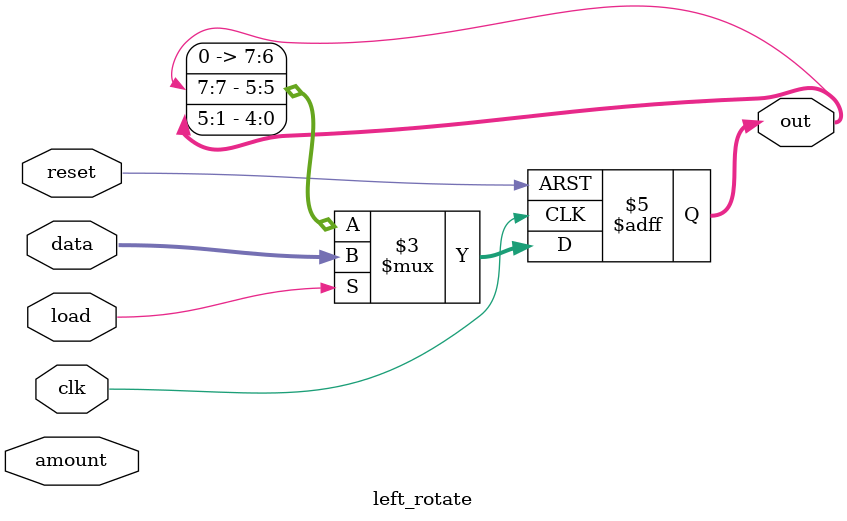
<source format=v>
module left_rotate(clk,reset,amount,data,load,out);
input clk,reset;
input [2:0] amount;
input [7:0] data;
input load;
output reg [7:0] out;
// when load is high, load data to out
// rotate the register out followed by shift left by amount bits
always @(posedge clk or posedge reset)
	begin
	if(reset)
	out<=0;
	else if(load)
	out<=data;
	else begin
	// shift left by amount
	out<={out[6:0],1'b0};
	// rotate
	out<={out[7],out[5:1]};
	end
	end
endmodule

</source>
